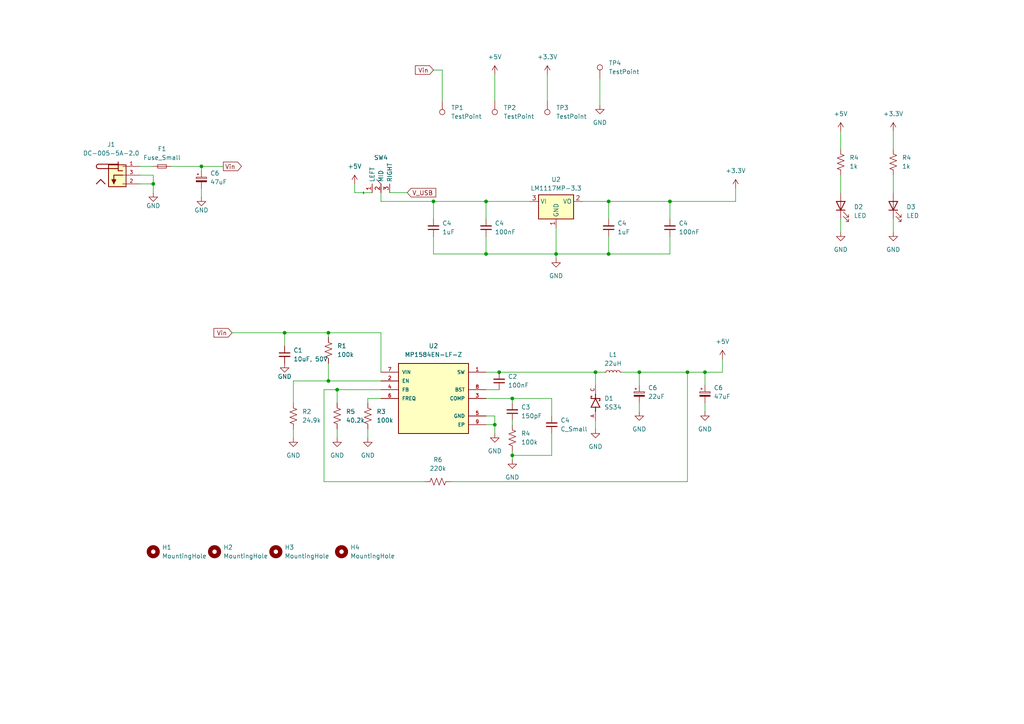
<source format=kicad_sch>
(kicad_sch (version 20230121) (generator eeschema)
  (paper "A4")
  (lib_symbols
    (symbol "Connector:TestPoint" (pin_numbers hide) (pin_names (offset 0.762) hide)
      (property "Reference" "TP" (at 0 6.858 0))
      (property "Value" "TestPoint" (at 0 5.08 0))
      (symbol "TestPoint_0_1"
        (circle (center 0 3.302) (radius 0.762))
      )
      (symbol "TestPoint_1_1"
        (pin passive line (at 0 0 90) (length 2.54) (name "1") (number "1"))
      )
    )
    (symbol "DC-005-5A-2.0:DC-005-5A-2.0" (pin_names (offset 1.016))
      (property "Reference" "J" (at -5.08 5.08 0))
      (property "Value" "DC-005-5A-2.0" (at -5.08 -5.08 0))
      (symbol "DC-005-5A-2.0_0_0"
        (arc (start -4.445 3.175) (mid -5.0773 2.54) (end -4.445 1.905) (stroke (width 0.254)))
        (rectangle (start -1.5421 -3.3564) (end 3.5379 2.9936) (stroke (width 0.254)) (fill (type background)))
        (polyline (pts (xy -4.445 1.905) (xy 1.27 1.905)) (stroke (width 0.254)))
        (polyline (pts (xy -4.445 3.175) (xy 1.27 3.175)) (stroke (width 0.254)))
        (polyline (pts (xy -3.81 -1.27) (xy -5.08 -2.54)) (stroke (width 0.254)))
        (polyline (pts (xy -2.54 -2.54) (xy -3.81 -1.27)) (stroke (width 0.254)))
        (polyline (pts (xy 0 0) (xy 0 -2.54)) (stroke (width 0.254)))
        (polyline (pts (xy 1.27 1.27) (xy 2.54 1.27)) (stroke (width 0.254)))
        (polyline (pts (xy 1.27 1.905) (xy 1.27 1.27)) (stroke (width 0.254)))
        (polyline (pts (xy 1.27 3.175) (xy 1.27 1.905)) (stroke (width 0.254)))
        (polyline (pts (xy 1.27 3.81) (xy 1.27 3.175)) (stroke (width 0.254)))
        (polyline (pts (xy 2.54 0) (xy 0 0)) (stroke (width 0.254)))
        (polyline (pts (xy -0.635 -1.27) (xy 0.635 -1.27) (xy 0 -2.54) (xy -0.635 -1.27)) (stroke (width 0.1524)) (fill (type outline)))
        (pin passive line (at 7.62 2.54 180) (length 5.08) (name "~") (number "1"))
        (pin passive line (at 7.62 -2.54 180) (length 5.08) (name "~") (number "2"))
        (pin passive line (at 7.62 0 180) (length 5.08) (name "~") (number "3"))
      )
    )
    (symbol "Device:C_Polarized_Small" (pin_numbers hide) (pin_names (offset 0.254) hide)
      (property "Reference" "C" (at 0.254 1.778 0))
      (property "Value" "C_Polarized_Small" (at 0.254 -2.032 0))
      (symbol "C_Polarized_Small_0_1"
        (rectangle (start -1.524 -0.3048) (end 1.524 -0.6858) (fill (type outline)))
        (rectangle (start -1.524 0.6858) (end 1.524 0.3048))
        (polyline (pts (xy -1.27 1.524) (xy -0.762 1.524)))
        (polyline (pts (xy -1.016 1.27) (xy -1.016 1.778)))
      )
      (symbol "C_Polarized_Small_1_1"
        (pin passive line (at 0 2.54 270) (length 1.8542) (name "~") (number "1"))
        (pin passive line (at 0 -2.54 90) (length 1.8542) (name "~") (number "2"))
      )
    )
    (symbol "Device:C_Small" (pin_numbers hide) (pin_names (offset 0.254) hide)
      (property "Reference" "C" (at 0.254 1.778 0))
      (property "Value" "C_Small" (at 0.254 -2.032 0))
      (symbol "C_Small_0_1"
        (polyline (pts (xy -1.524 -0.508) (xy 1.524 -0.508)) (stroke (width 0.3302)))
        (polyline (pts (xy -1.524 0.508) (xy 1.524 0.508)) (stroke (width 0.3048)))
      )
      (symbol "C_Small_1_1"
        (pin passive line (at 0 2.54 270) (length 2.032) (name "~") (number "1"))
        (pin passive line (at 0 -2.54 90) (length 2.032) (name "~") (number "2"))
      )
    )
    (symbol "Device:Fuse_Small" (pin_numbers hide) (pin_names (offset 0.254) hide)
      (property "Reference" "F" (at 0 -1.524 0))
      (property "Value" "Fuse_Small" (at 0 1.524 0))
      (symbol "Fuse_Small_0_1"
        (rectangle (start -1.27 0.508) (end 1.27 -0.508))
        (polyline (pts (xy -1.27 0) (xy 1.27 0)))
      )
      (symbol "Fuse_Small_1_1"
        (pin passive line (at -2.54 0 0) (length 1.27) (name "~") (number "1"))
        (pin passive line (at 2.54 0 180) (length 1.27) (name "~") (number "2"))
      )
    )
    (symbol "Device:LED" (pin_numbers hide) (pin_names (offset 1.016) hide)
      (property "Reference" "D" (at 0 2.54 0))
      (property "Value" "LED" (at 0 -2.54 0))
      (symbol "LED_0_1"
        (polyline (pts (xy -1.27 -1.27) (xy -1.27 1.27)) (stroke (width 0.254)))
        (polyline (pts (xy -1.27 0) (xy 1.27 0)))
        (polyline (pts (xy 1.27 -1.27) (xy 1.27 1.27) (xy -1.27 0) (xy 1.27 -1.27)) (stroke (width 0.254)))
        (polyline (pts (xy -3.048 -0.762) (xy -4.572 -2.286) (xy -3.81 -2.286) (xy -4.572 -2.286) (xy -4.572 -1.524)))
        (polyline (pts (xy -1.778 -0.762) (xy -3.302 -2.286) (xy -2.54 -2.286) (xy -3.302 -2.286) (xy -3.302 -1.524)))
      )
      (symbol "LED_1_1"
        (pin passive line (at -3.81 0 0) (length 2.54) (name "K") (number "1"))
        (pin passive line (at 3.81 0 180) (length 2.54) (name "A") (number "2"))
      )
    )
    (symbol "Device:L_Small" (pin_numbers hide) (pin_names (offset 0.254) hide)
      (property "Reference" "L" (at 0.762 1.016 0))
      (property "Value" "L_Small" (at 0.762 -1.016 0))
      (symbol "L_Small_0_1"
        (arc (start 0 -2.032) (mid 0.5058 -1.524) (end 0 -1.016))
        (arc (start 0 -1.016) (mid 0.5058 -0.508) (end 0 0))
        (arc (start 0 0) (mid 0.5058 0.508) (end 0 1.016))
        (arc (start 0 1.016) (mid 0.5058 1.524) (end 0 2.032))
      )
      (symbol "L_Small_1_1"
        (pin passive line (at 0 2.54 270) (length 0.508) (name "~") (number "1"))
        (pin passive line (at 0 -2.54 90) (length 0.508) (name "~") (number "2"))
      )
    )
    (symbol "Device:R_US" (pin_numbers hide) (pin_names (offset 0))
      (property "Reference" "R" (at 2.54 0 90))
      (property "Value" "R_US" (at -2.54 0 90))
      (symbol "R_US_0_1"
        (polyline (pts (xy 0 -2.286) (xy 0 -2.54)))
        (polyline (pts (xy 0 2.286) (xy 0 2.54)))
        (polyline (pts (xy 0 -0.762) (xy 1.016 -1.143) (xy 0 -1.524) (xy -1.016 -1.905) (xy 0 -2.286)))
        (polyline (pts (xy 0 0.762) (xy 1.016 0.381) (xy 0 0) (xy -1.016 -0.381) (xy 0 -0.762)))
        (polyline (pts (xy 0 2.286) (xy 1.016 1.905) (xy 0 1.524) (xy -1.016 1.143) (xy 0 0.762)))
      )
      (symbol "R_US_1_1"
        (pin passive line (at 0 3.81 270) (length 1.27) (name "~") (number "1"))
        (pin passive line (at 0 -3.81 90) (length 1.27) (name "~") (number "2"))
      )
    )
    (symbol "MP1584EN-LF-Z:MP1584EN-LF-Z" (pin_names (offset 1.016))
      (property "Reference" "U" (at -10.1897 10.9615 0))
      (property "Value" "MP1584EN-LF-Z" (at -10.1903 -12.7436 0))
      (symbol "MP1584EN-LF-Z_0_0"
        (rectangle (start -10.16 -10.16) (end 10.16 10.16) (stroke (width 0.254)) (fill (type background)))
        (pin output line (at 15.24 7.62 180) (length 5.08) (name "SW") (number "1"))
        (pin input line (at -15.24 5.08 0) (length 5.08) (name "EN") (number "2"))
        (pin passive line (at 15.24 0 180) (length 5.08) (name "COMP") (number "3"))
        (pin input line (at -15.24 2.54 0) (length 5.08) (name "FB") (number "4"))
        (pin power_in line (at 15.24 -5.08 180) (length 5.08) (name "GND") (number "5"))
        (pin passive line (at -15.24 0 0) (length 5.08) (name "FREQ") (number "6"))
        (pin input line (at -15.24 7.62 0) (length 5.08) (name "VIN") (number "7"))
        (pin passive line (at 15.24 2.54 180) (length 5.08) (name "BST") (number "8"))
        (pin power_in line (at 15.24 -7.62 180) (length 5.08) (name "EP") (number "9"))
      )
    )
    (symbol "Mechanical:MountingHole" (pin_names (offset 1.016))
      (property "Reference" "H" (at 0 5.08 0))
      (property "Value" "MountingHole" (at 0 3.175 0))
      (symbol "MountingHole_0_1"
        (circle (center 0 0) (radius 1.27) (stroke (width 1.27)))
      )
    )
    (symbol "Regulator_Linear:LM1117MP-3.3"
      (property "Reference" "U" (at -3.81 3.175 0))
      (property "Value" "LM1117MP-3.3" (at 0 3.175 0))
      (symbol "LM1117MP-3.3_0_1"
        (rectangle (start -5.08 -5.08) (end 5.08 1.905) (stroke (width 0.254)) (fill (type background)))
      )
      (symbol "LM1117MP-3.3_1_1"
        (pin power_in line (at 0 -7.62 90) (length 2.54) (name "GND") (number "1"))
        (pin power_out line (at 7.62 0 180) (length 2.54) (name "VO") (number "2"))
        (pin power_in line (at -7.62 0 0) (length 2.54) (name "VI") (number "3"))
      )
    )
    (symbol "SS-12D10:SS-12D10"
      (property "Reference" "SW" (at 0 0 0))
      (symbol "SS-12D10_0_1"
        (polyline (pts (xy 2.54 -5.08) (xy 3.81 -3.81)))
      )
      (symbol "SS-12D10_1_1"
        (pin passive line (at 0 -2.54 0) (length 2.54) (name "LEFT") (number "1"))
        (pin passive line (at 0 -5.08 0) (length 2.54) (name "MID") (number "2"))
        (pin passive line (at 0 -7.62 0) (length 2.54) (name "RIGHT") (number "3"))
      )
    )
    (symbol "SS34:SS34" (pin_names (offset 1.016))
      (property "Reference" "D" (at -5.08 2.54 0))
      (property "Value" "SS34" (at -5.08 -3.81 0))
      (symbol "SS34_0_0"
        (polyline (pts (xy -2.54 0) (xy -1.27 0)) (stroke (width 0.254)))
        (polyline (pts (xy -1.27 -1.27) (xy 1.27 0)) (stroke (width 0.254)))
        (polyline (pts (xy -1.27 0) (xy -1.27 -1.27)) (stroke (width 0.254)))
        (polyline (pts (xy -1.27 1.27) (xy -1.27 0)) (stroke (width 0.254)))
        (polyline (pts (xy 0.635 -1.016) (xy 0.635 -1.27)) (stroke (width 0.254)))
        (polyline (pts (xy 1.27 -1.27) (xy 0.635 -1.27)) (stroke (width 0.254)))
        (polyline (pts (xy 1.27 0) (xy -1.27 1.27)) (stroke (width 0.254)))
        (polyline (pts (xy 1.27 0) (xy 1.27 -1.27)) (stroke (width 0.254)))
        (polyline (pts (xy 1.27 1.27) (xy 1.27 0)) (stroke (width 0.254)))
        (polyline (pts (xy 1.905 1.27) (xy 1.27 1.27)) (stroke (width 0.254)))
        (polyline (pts (xy 1.905 1.27) (xy 1.905 1.016)) (stroke (width 0.254)))
        (polyline (pts (xy 2.54 0) (xy 1.27 0)) (stroke (width 0.254)))
        (pin passive line (at -5.08 0 0) (length 2.54) (name "~") (number "A"))
        (pin passive line (at 5.08 0 180) (length 2.54) (name "~") (number "C"))
      )
    )
    (symbol "power:+3.3V" (power) (pin_names (offset 0))
      (property "Value" "+3.3V" (at 0 3.556 0))
      (symbol "+3.3V_0_1"
        (polyline (pts (xy -0.762 1.27) (xy 0 2.54)))
        (polyline (pts (xy 0 0) (xy 0 2.54)))
        (polyline (pts (xy 0 2.54) (xy 0.762 1.27)))
      )
      (symbol "+3.3V_1_1"
        (pin power_in line (at 0 0 90) (length 0) hide (name "+3.3V") (number "1"))
      )
    )
    (symbol "power:+5V" (power) (pin_names (offset 0))
      (property "Value" "+5V" (at 0 3.556 0))
      (symbol "+5V_0_1"
        (polyline (pts (xy -0.762 1.27) (xy 0 2.54)))
        (polyline (pts (xy 0 0) (xy 0 2.54)))
        (polyline (pts (xy 0 2.54) (xy 0.762 1.27)))
      )
      (symbol "+5V_1_1"
        (pin power_in line (at 0 0 90) (length 0) hide (name "+5V") (number "1"))
      )
    )
    (symbol "power:GND" (power) (pin_names (offset 0))
      (property "Value" "GND" (at 0 -3.81 0))
      (symbol "GND_0_1"
        (polyline (pts (xy 0 0) (xy 0 -1.27) (xy 1.27 -1.27) (xy 0 -2.54) (xy -1.27 -1.27) (xy 0 -1.27)))
      )
      (symbol "GND_1_1"
        (pin power_in line (at 0 0 270) (length 0) hide (name "GND") (number "1"))
      )
    )
  )
  (junction (at 44.45 53.34))
  (junction (at 95.25 96.52))
  (junction (at 140.97 58.42))
  (junction (at 176.53 58.42))
  (junction (at 161.29 73.66))
  (junction (at 58.42 48.26))
  (junction (at 143.51 123.19))
  (junction (at 125.73 58.42))
  (junction (at 185.42 107.95))
  (junction (at 176.53 73.66))
  (junction (at 172.72 107.95))
  (junction (at 144.78 107.95))
  (junction (at 82.55 96.52))
  (junction (at 95.25 110.49))
  (junction (at 140.97 73.66))
  (junction (at 97.79 113.03))
  (junction (at 148.59 132.08))
  (junction (at 204.47 107.95))
  (junction (at 199.39 107.95))
  (junction (at 194.31 58.42))
  (junction (at 148.59 115.57))
  (wire (pts (xy 95.25 96.52) (xy 95.25 97.79)))
  (wire (pts (xy 140.97 58.42) (xy 140.97 63.5)))
  (wire (pts (xy 58.42 54.61) (xy 58.42 57.15)))
  (wire (pts (xy 49.53 48.26) (xy 58.42 48.26)))
  (wire (pts (xy 259.08 38.1) (xy 259.08 43.18)))
  (wire (pts (xy 148.59 132.08) (xy 148.59 130.81)))
  (wire (pts (xy 140.97 58.42) (xy 153.67 58.42)))
  (wire (pts (xy 243.84 63.5) (xy 243.84 67.31)))
  (wire (pts (xy 158.75 21.59) (xy 158.75 29.21)))
  (wire (pts (xy 140.97 68.58) (xy 140.97 73.66)))
  (wire (pts (xy 125.73 58.42) (xy 125.73 63.5)))
  (wire (pts (xy 160.02 125.73) (xy 160.02 132.08)))
  (wire (pts (xy 176.53 58.42) (xy 194.31 58.42)))
  (wire (pts (xy 125.73 68.58) (xy 125.73 73.66)))
  (wire (pts (xy 40.64 53.34) (xy 44.45 53.34)))
  (wire (pts (xy 168.91 58.42) (xy 176.53 58.42)))
  (wire (pts (xy 185.42 116.84) (xy 185.42 119.38)))
  (wire (pts (xy 176.53 73.66) (xy 194.31 73.66)))
  (wire (pts (xy 144.78 107.95) (xy 172.72 107.95)))
  (wire (pts (xy 67.31 96.52) (xy 82.55 96.52)))
  (wire (pts (xy 85.09 110.49) (xy 95.25 110.49)))
  (wire (pts (xy 176.53 58.42) (xy 176.53 63.5)))
  (wire (pts (xy 185.42 111.76) (xy 185.42 107.95)))
  (wire (pts (xy 140.97 107.95) (xy 144.78 107.95)))
  (wire (pts (xy 125.73 20.32) (xy 128.27 20.32)))
  (wire (pts (xy 97.79 124.46) (xy 97.79 127)))
  (wire (pts (xy 95.25 105.41) (xy 95.25 110.49)))
  (wire (pts (xy 161.29 73.66) (xy 176.53 73.66)))
  (wire (pts (xy 199.39 139.7) (xy 199.39 107.95)))
  (wire (pts (xy 93.98 139.7) (xy 93.98 113.03)))
  (wire (pts (xy 194.31 58.42) (xy 194.31 63.5)))
  (wire (pts (xy 160.02 115.57) (xy 148.59 115.57)))
  (wire (pts (xy 110.49 55.88) (xy 110.49 58.42)))
  (wire (pts (xy 243.84 38.1) (xy 243.84 43.18)))
  (wire (pts (xy 259.08 63.5) (xy 259.08 67.31)))
  (wire (pts (xy 123.19 139.7) (xy 93.98 139.7)))
  (wire (pts (xy 106.68 115.57) (xy 110.49 115.57)))
  (wire (pts (xy 172.72 121.92) (xy 172.72 124.46)))
  (wire (pts (xy 194.31 73.66) (xy 194.31 68.58)))
  (wire (pts (xy 194.31 58.42) (xy 213.36 58.42)))
  (wire (pts (xy 85.09 116.84) (xy 85.09 110.49)))
  (wire (pts (xy 110.49 96.52) (xy 110.49 107.95)))
  (wire (pts (xy 173.99 22.86) (xy 173.99 30.48)))
  (wire (pts (xy 140.97 113.03) (xy 144.78 113.03)))
  (wire (pts (xy 199.39 107.95) (xy 185.42 107.95)))
  (wire (pts (xy 148.59 121.92) (xy 148.59 123.19)))
  (wire (pts (xy 110.49 58.42) (xy 125.73 58.42)))
  (wire (pts (xy 213.36 54.61) (xy 213.36 58.42)))
  (wire (pts (xy 160.02 132.08) (xy 148.59 132.08)))
  (wire (pts (xy 148.59 133.35) (xy 148.59 132.08)))
  (wire (pts (xy 102.87 55.88) (xy 107.95 55.88)))
  (wire (pts (xy 143.51 120.65) (xy 143.51 123.19)))
  (wire (pts (xy 148.59 116.84) (xy 148.59 115.57)))
  (wire (pts (xy 161.29 74.93) (xy 161.29 73.66)))
  (wire (pts (xy 161.29 66.04) (xy 161.29 73.66)))
  (wire (pts (xy 140.97 73.66) (xy 161.29 73.66)))
  (wire (pts (xy 140.97 120.65) (xy 143.51 120.65)))
  (wire (pts (xy 130.81 139.7) (xy 199.39 139.7)))
  (wire (pts (xy 176.53 68.58) (xy 176.53 73.66)))
  (wire (pts (xy 82.55 96.52) (xy 82.55 100.33)))
  (wire (pts (xy 125.73 73.66) (xy 140.97 73.66)))
  (wire (pts (xy 259.08 50.8) (xy 259.08 55.88)))
  (wire (pts (xy 199.39 107.95) (xy 204.47 107.95)))
  (wire (pts (xy 44.45 50.8) (xy 44.45 53.34)))
  (wire (pts (xy 143.51 21.59) (xy 143.51 29.21)))
  (wire (pts (xy 44.45 53.34) (xy 44.45 55.88)))
  (wire (pts (xy 97.79 116.84) (xy 97.79 113.03)))
  (wire (pts (xy 204.47 107.95) (xy 209.55 107.95)))
  (wire (pts (xy 102.87 55.88) (xy 102.87 53.34)))
  (wire (pts (xy 113.03 55.88) (xy 118.11 55.88)))
  (wire (pts (xy 58.42 48.26) (xy 58.42 49.53)))
  (wire (pts (xy 125.73 58.42) (xy 140.97 58.42)))
  (wire (pts (xy 204.47 107.95) (xy 204.47 111.76)))
  (wire (pts (xy 140.97 115.57) (xy 148.59 115.57)))
  (wire (pts (xy 95.25 96.52) (xy 110.49 96.52)))
  (wire (pts (xy 180.34 107.95) (xy 185.42 107.95)))
  (wire (pts (xy 143.51 123.19) (xy 140.97 123.19)))
  (wire (pts (xy 40.64 50.8) (xy 44.45 50.8)))
  (wire (pts (xy 85.09 124.46) (xy 85.09 127)))
  (wire (pts (xy 40.64 48.26) (xy 44.45 48.26)))
  (wire (pts (xy 204.47 116.84) (xy 204.47 119.38)))
  (wire (pts (xy 160.02 120.65) (xy 160.02 115.57)))
  (wire (pts (xy 93.98 113.03) (xy 97.79 113.03)))
  (wire (pts (xy 97.79 113.03) (xy 110.49 113.03)))
  (wire (pts (xy 95.25 110.49) (xy 110.49 110.49)))
  (wire (pts (xy 209.55 104.14) (xy 209.55 107.95)))
  (wire (pts (xy 243.84 50.8) (xy 243.84 55.88)))
  (wire (pts (xy 128.27 20.32) (xy 128.27 29.21)))
  (wire (pts (xy 106.68 124.46) (xy 106.68 127)))
  (wire (pts (xy 82.55 96.52) (xy 95.25 96.52)))
  (wire (pts (xy 172.72 107.95) (xy 175.26 107.95)))
  (wire (pts (xy 143.51 125.73) (xy 143.51 123.19)))
  (wire (pts (xy 172.72 107.95) (xy 172.72 111.76)))
  (wire (pts (xy 64.77 48.26) (xy 58.42 48.26)))
  (wire (pts (xy 106.68 116.84) (xy 106.68 115.57)))
  (global_label "Vin" (shape output) (at 64.77 48.26 0) (property "Intersheetrefs" "${INTERSHEET_REFS}" (effects hide)))
  (global_label "Vin" (shape input) (at 67.31 96.52 180) (property "Intersheetrefs" "${INTERSHEET_REFS}" (effects hide)))
  (global_label "Vin" (shape input) (at 125.73 20.32 180) (property "Intersheetrefs" "${INTERSHEET_REFS}" (effects hide)))
  (global_label "V_USB" (shape input) (at 118.11 55.88 0) (property "Intersheetrefs" "${INTERSHEET_REFS}" (effects hide)))
  (symbol (lib_id "Connector:TestPoint") (at 173.99 22.86 0) (unit 1)
    (property "Reference" "TP4" (at 176.53 18.288 0) (effects (justify left)))
    (property "Value" "TestPoint" (at 176.53 20.828 0) (effects (justify left)))
    (property "Footprint" "TestPoint:TestPoint_Pad_D1.5mm" (effects hide))
  )
  (symbol (lib_id "Device:C_Small") (at 160.02 123.19 180) (unit 1)
    (property "Reference" "C4" (at 162.56 121.9136 0) (effects (justify right)))
    (property "Value" "C_Small" (at 162.56 124.4536 0) (effects (justify right)))
    (property "Footprint" "Capacitor_SMD:C_0805_2012Metric_Pad1.18x1.45mm_HandSolder" (effects hide))
    (instances (project "WeatherStation" (path "" (reference "C4") (unit 1))) (project "19-6-2023_WeatherStation_QuocThang_V1" (path "" (reference "C7") (unit 1))))
  )
  (symbol (lib_id "Device:R_US") (at 127 139.7 90) (unit 1)
    (property "Reference" "R6" (at 127 133.35 90))
    (property "Value" "220k" (at 127 135.89 90))
    (property "Footprint" "Resistor_SMD:R_0805_2012Metric_Pad1.20x1.40mm_HandSolder" (effects hide))
    (instances (project "WeatherStation" (path "" (reference "R6") (unit 1))) (project "19-6-2023_WeatherStation_QuocThang_V1" (path "" (reference "R5") (unit 1))))
  )
  (symbol (lib_id "power:GND") (at 106.68 127 0) (unit 1)
    (property "Reference" "#PWR02" (effects hide))
    (property "Value" "GND" (at 106.68 132.08 0))
    (instances (project "WeatherStation" (path "" (reference "#PWR02") (unit 1))) (project "19-6-2023_WeatherStation_QuocThang_V1" (path "" (reference "#PWR07") (unit 1))))
  )
  (symbol (lib_id "power:+3.3V") (at 158.75 21.59 0) (unit 1)
    (property "Reference" "#PWR011" (effects hide))
    (property "Value" "+3.3V" (at 158.75 16.51 0))
  )
  (symbol (lib_id "Device:C_Small") (at 82.55 102.87 0) (unit 1)
    (property "Reference" "C1" (at 85.09 101.6063 0) (effects (justify left)))
    (property "Value" "10uF, 50V" (at 85.09 104.1463 0) (effects (justify left)))
    (property "Footprint" "Capacitor_SMD:C_0805_2012Metric_Pad1.18x1.45mm_HandSolder" (effects hide))
    (instances (project "WeatherStation" (path "" (reference "C1") (unit 1))) (project "19-6-2023_WeatherStation_QuocThang_V1" (path "" (reference "C2") (unit 1))))
  )
  (symbol (lib_id "Device:C_Small") (at 176.53 66.04 180) (unit 1)
    (property "Reference" "C4" (at 179.07 64.7636 0) (effects (justify right)))
    (property "Value" "1uF" (at 179.07 67.3036 0) (effects (justify right)))
    (property "Footprint" "Capacitor_SMD:C_0805_2012Metric_Pad1.18x1.45mm_HandSolder" (effects hide))
    (instances (project "WeatherStation" (path "" (reference "C4") (unit 1))) (project "19-6-2023_WeatherStation_QuocThang_V1" (path "" (reference "C8") (unit 1))))
  )
  (symbol (lib_id "Device:Fuse_Small") (at 46.99 48.26 0) (unit 1)
    (property "Reference" "F1" (at 46.99 43.18 0))
    (property "Value" "Fuse_Small" (at 46.99 45.72 0))
    (property "Footprint" "Fuse:Fuse_1812_4532Metric_Pad1.30x3.40mm_HandSolder" (effects hide))
  )
  (symbol (lib_id "power:GND") (at 148.59 133.35 0) (unit 1)
    (property "Reference" "#PWR08" (effects hide))
    (property "Value" "GND" (at 148.59 138.43 0))
    (instances (project "WeatherStation" (path "" (reference "#PWR08") (unit 1))) (project "19-6-2023_WeatherStation_QuocThang_V1" (path "" (reference "#PWR010") (unit 1))))
  )
  (symbol (lib_id "power:GND") (at 259.08 67.31 0) (unit 1)
    (property "Reference" "#PWR022" (effects hide))
    (property "Value" "GND" (at 259.08 72.39 0))
  )
  (symbol (lib_id "Device:R_US") (at 97.79 120.65 0) (unit 1)
    (property "Reference" "R5" (at 100.33 119.38 0) (effects (justify left)))
    (property "Value" "40.2k" (at 100.33 121.92 0) (effects (justify left)))
    (property "Footprint" "Resistor_SMD:R_0805_2012Metric_Pad1.20x1.40mm_HandSolder" (effects hide))
    (instances (project "WeatherStation" (path "" (reference "R5") (unit 1))) (project "19-6-2023_WeatherStation_QuocThang_V1" (path "" (reference "R3") (unit 1))))
  )
  (symbol (lib_id "Device:R_US") (at 259.08 46.99 0) (unit 1)
    (property "Reference" "R4" (at 261.62 45.72 0) (effects (justify left)))
    (property "Value" "1k" (at 261.62 48.26 0) (effects (justify left)))
    (property "Footprint" "Resistor_SMD:R_0805_2012Metric_Pad1.20x1.40mm_HandSolder" (effects hide))
    (instances (project "WeatherStation" (path "" (reference "R4") (unit 1))) (project "19-6-2023_WeatherStation_QuocThang_V1" (path "" (reference "R8") (unit 1))))
  )
  (symbol (lib_id "power:GND") (at 173.99 30.48 0) (unit 1)
    (property "Reference" "#PWR014" (effects hide))
    (property "Value" "GND" (at 173.99 35.56 0))
  )
  (symbol (lib_id "power:+5V") (at 102.87 53.34 0) (unit 1)
    (property "Reference" "#PWR06" (effects hide))
    (property "Value" "+5V" (at 102.87 48.26 0))
  )
  (symbol (lib_id "DC-005-5A-2.0:DC-005-5A-2.0") (at 33.02 50.8 0) (unit 1)
    (property "Reference" "J1" (at 32.2489 41.91 0))
    (property "Value" "DC-005-5A-2.0" (at 32.2489 44.45 0))
    (property "Footprint" "DC-005-5A-2.0:DC-005-5A-2.0" (effects hide))
    (property "PARTREV" "A0" (effects hide))
    (property "STANDARD" "Manufacturer Recommendations" (effects hide))
    (property "MAXIMUM_PACKAGE_HEIGHT" "11 mm" (effects hide))
    (property "MANUFACTURER" "XKB" (effects hide))
  )
  (symbol (lib_id "Mechanical:MountingHole") (at 44.45 160.02 0) (unit 1)
    (property "Reference" "H1" (at 46.99 158.75 0) (effects (justify left)))
    (property "Value" "MountingHole" (at 46.99 161.29 0) (effects (justify left)))
    (property "Footprint" "MountingHole:MountingHole_3.2mm_M3" (effects hide))
  )
  (symbol (lib_id "Device:R_US") (at 106.68 120.65 0) (unit 1)
    (property "Reference" "R3" (at 109.22 119.38 0) (effects (justify left)))
    (property "Value" "100k" (at 109.22 121.92 0) (effects (justify left)))
    (property "Footprint" "Resistor_SMD:R_0805_2012Metric_Pad1.20x1.40mm_HandSolder" (effects hide))
    (instances (project "WeatherStation" (path "" (reference "R3") (unit 1))) (project "19-6-2023_WeatherStation_QuocThang_V1" (path "" (reference "R4") (unit 1))))
  )
  (symbol (lib_id "power:+3.3V") (at 213.36 54.61 0) (unit 1)
    (property "Reference" "#PWR018" (effects hide))
    (property "Value" "+3.3V" (at 213.36 49.53 0))
  )
  (symbol (lib_id "Device:C_Small") (at 148.59 119.38 180) (unit 1)
    (property "Reference" "C3" (at 151.13 118.1036 0) (effects (justify right)))
    (property "Value" "150pF" (at 151.13 120.6436 0) (effects (justify right)))
    (property "Footprint" "Capacitor_SMD:C_0805_2012Metric_Pad1.18x1.45mm_HandSolder" (effects hide))
    (instances (project "WeatherStation" (path "" (reference "C3") (unit 1))) (project "19-6-2023_WeatherStation_QuocThang_V1" (path "" (reference "C6") (unit 1))))
  )
  (symbol (lib_id "power:GND") (at 97.79 127 0) (unit 1)
    (property "Reference" "#PWR02" (effects hide))
    (property "Value" "GND" (at 97.79 132.08 0))
    (instances (project "WeatherStation" (path "" (reference "#PWR02") (unit 1))) (project "19-6-2023_WeatherStation_QuocThang_V1" (path "" (reference "#PWR05") (unit 1))))
  )
  (symbol (lib_id "Mechanical:MountingHole") (at 62.23 160.02 0) (unit 1)
    (property "Reference" "H2" (at 64.77 158.75 0) (effects (justify left)))
    (property "Value" "MountingHole" (at 64.77 161.29 0) (effects (justify left)))
    (property "Footprint" "MountingHole:MountingHole_3.2mm_M3" (effects hide))
  )
  (symbol (lib_id "power:GND") (at 44.45 55.88 0) (unit 1)
    (property "Reference" "#PWR09" (effects hide))
    (property "Value" "GND" (at 44.45 59.69 0))
    (instances (project "WeatherStation" (path "" (reference "#PWR09") (unit 1))) (project "19-6-2023_WeatherStation_QuocThang_V1" (path "" (reference "#PWR01") (unit 1))))
  )
  (symbol (lib_id "Device:R_US") (at 243.84 46.99 0) (unit 1)
    (property "Reference" "R4" (at 246.38 45.72 0) (effects (justify left)))
    (property "Value" "1k" (at 246.38 48.26 0) (effects (justify left)))
    (property "Footprint" "Resistor_SMD:R_0805_2012Metric_Pad1.20x1.40mm_HandSolder" (effects hide))
    (instances (project "WeatherStation" (path "" (reference "R4") (unit 1))) (project "19-6-2023_WeatherStation_QuocThang_V1" (path "" (reference "R7") (unit 1))))
  )
  (symbol (lib_id "power:GND") (at 243.84 67.31 0) (unit 1)
    (property "Reference" "#PWR020" (effects hide))
    (property "Value" "GND" (at 243.84 72.39 0))
  )
  (symbol (lib_id "power:+5V") (at 243.84 38.1 0) (unit 1)
    (property "Reference" "#PWR019" (effects hide))
    (property "Value" "+5V" (at 243.84 33.02 0))
  )
  (symbol (lib_id "Device:C_Small") (at 194.31 66.04 180) (unit 1)
    (property "Reference" "C4" (at 196.85 64.7636 0) (effects (justify right)))
    (property "Value" "100nF" (at 196.85 67.3036 0) (effects (justify right)))
    (property "Footprint" "Capacitor_SMD:C_0805_2012Metric_Pad1.18x1.45mm_HandSolder" (effects hide))
    (instances (project "WeatherStation" (path "" (reference "C4") (unit 1))) (project "19-6-2023_WeatherStation_QuocThang_V1" (path "" (reference "C10") (unit 1))))
  )
  (symbol (lib_id "Device:C_Small") (at 125.73 66.04 180) (unit 1)
    (property "Reference" "C4" (at 128.27 64.7636 0) (effects (justify right)))
    (property "Value" "1uF" (at 128.27 67.3036 0) (effects (justify right)))
    (property "Footprint" "Capacitor_SMD:C_0805_2012Metric_Pad1.18x1.45mm_HandSolder" (effects hide))
    (instances (project "WeatherStation" (path "" (reference "C4") (unit 1))) (project "19-6-2023_WeatherStation_QuocThang_V1" (path "" (reference "C3") (unit 1))))
  )
  (symbol (lib_id "Device:R_US") (at 85.09 120.65 0) (unit 1)
    (property "Reference" "R2" (at 87.63 119.38 0) (effects (justify left)))
    (property "Value" "24.9k" (at 87.63 121.92 0) (effects (justify left)))
    (property "Footprint" "Resistor_SMD:R_0805_2012Metric_Pad1.20x1.40mm_HandSolder" (effects hide))
    (instances (project "WeatherStation" (path "" (reference "R2") (unit 1))) (project "19-6-2023_WeatherStation_QuocThang_V1" (path "" (reference "R1") (unit 1))))
  )
  (symbol (lib_id "power:GND") (at 58.42 57.15 0) (unit 1)
    (property "Reference" "#PWR010" (effects hide))
    (property "Value" "GND" (at 58.42 60.96 0))
    (instances (project "WeatherStation" (path "" (reference "#PWR010") (unit 1))) (project "19-6-2023_WeatherStation_QuocThang_V1" (path "" (reference "#PWR02") (unit 1))))
  )
  (symbol (lib_id "Device:R_US") (at 95.25 101.6 0) (unit 1)
    (property "Reference" "R1" (at 97.79 100.33 0) (effects (justify left)))
    (property "Value" "100k" (at 97.79 102.87 0) (effects (justify left)))
    (property "Footprint" "Resistor_SMD:R_0805_2012Metric_Pad1.20x1.40mm_HandSolder" (effects hide))
    (instances (project "WeatherStation" (path "" (reference "R1") (unit 1))) (project "19-6-2023_WeatherStation_QuocThang_V1" (path "" (reference "R2") (unit 1))))
  )
  (symbol (lib_id "Device:C_Polarized_Small") (at 185.42 114.3 0) (unit 1)
    (property "Reference" "C6" (at 187.96 112.4839 0) (effects (justify left)))
    (property "Value" "22uF" (at 187.96 115.0239 0) (effects (justify left)))
    (property "Footprint" "Capacitor_SMD:CP_Elec_6.3x5.4" (effects hide))
    (instances (project "WeatherStation" (path "" (reference "C6") (unit 1))) (project "19-6-2023_WeatherStation_QuocThang_V1" (path "" (reference "C9") (unit 1))))
  )
  (symbol (lib_id "power:GND") (at 172.72 124.46 0) (unit 1)
    (property "Reference" "#PWR04" (effects hide))
    (property "Value" "GND" (at 172.72 129.54 0))
    (instances (project "WeatherStation" (path "" (reference "#PWR04") (unit 1))) (project "19-6-2023_WeatherStation_QuocThang_V1" (path "" (reference "#PWR013") (unit 1))))
  )
  (symbol (lib_id "power:+5V") (at 143.51 21.59 0) (unit 1)
    (property "Reference" "#PWR08" (effects hide))
    (property "Value" "+5V" (at 143.51 16.51 0))
  )
  (symbol (lib_id "Device:L_Small") (at 177.8 107.95 90) (unit 1)
    (property "Reference" "L1" (at 177.8 102.87 90))
    (property "Value" "22uH" (at 177.8 105.41 90))
    (property "Footprint" "Inductor_SMD:L_Bourns_SRP1038C_10.0x10.0mm" (effects hide))
  )
  (symbol (lib_id "Device:LED") (at 243.84 59.69 90) (unit 1)
    (property "Reference" "D2" (at 247.65 60.0075 90) (effects (justify right)))
    (property "Value" "LED" (at 247.65 62.5475 90) (effects (justify right)))
    (property "Footprint" "LED_SMD:LED_0805_2012Metric_Pad1.15x1.40mm_HandSolder" (effects hide))
  )
  (symbol (lib_id "power:GND") (at 85.09 127 0) (unit 1)
    (property "Reference" "#PWR06" (effects hide))
    (property "Value" "GND" (at 85.09 132.08 0))
    (instances (project "WeatherStation" (path "" (reference "#PWR06") (unit 1))) (project "19-6-2023_WeatherStation_QuocThang_V1" (path "" (reference "#PWR04") (unit 1))))
  )
  (symbol (lib_id "SS34:SS34") (at 172.72 116.84 90) (unit 1)
    (property "Reference" "D1" (at 175.26 115.57 90) (effects (justify right)))
    (property "Value" "SS34" (at 175.26 118.11 90) (effects (justify right)))
    (property "Footprint" "Diode SS34:DIOM7959X265N" (effects hide))
    (property "PARTREV" "31 Aug 2016" (effects hide))
    (property "STANDARD" "IPC-7351B" (effects hide))
    (property "SNAPEDA_PACKAGE_ID" "36301" (effects hide))
    (property "MAXIMUM_PACKAGE_HEIGHT" "2.65mm" (effects hide))
    (property "MANUFACTURER" "On Semiconductor" (effects hide))
  )
  (symbol (lib_id "Device:C_Polarized_Small") (at 58.42 52.07 0) (unit 1)
    (property "Reference" "C6" (at 60.96 50.2539 0) (effects (justify left)))
    (property "Value" "47uF" (at 60.96 52.7939 0) (effects (justify left)))
    (property "Footprint" "Capacitor_SMD:CP_Elec_6.3x5.4" (effects hide))
    (instances (project "WeatherStation" (path "" (reference "C6") (unit 1))) (project "19-6-2023_WeatherStation_QuocThang_V1" (path "" (reference "C1") (unit 1))))
  )
  (symbol (lib_id "power:+5V") (at 209.55 104.14 0) (unit 1)
    (property "Reference" "#PWR017" (effects hide))
    (property "Value" "+5V" (at 209.55 99.06 0))
  )
  (symbol (lib_id "power:GND") (at 161.29 74.93 0) (unit 1)
    (property "Reference" "#PWR08" (effects hide))
    (property "Value" "GND" (at 161.29 80.01 0))
    (instances (project "WeatherStation" (path "" (reference "#PWR08") (unit 1))) (project "19-6-2023_WeatherStation_QuocThang_V1" (path "" (reference "#PWR012") (unit 1))))
  )
  (symbol (lib_id "power:GND") (at 82.55 105.41 0) (unit 1)
    (property "Reference" "#PWR07" (effects hide))
    (property "Value" "GND" (at 82.55 109.22 0))
    (instances (project "WeatherStation" (path "" (reference "#PWR07") (unit 1))) (project "19-6-2023_WeatherStation_QuocThang_V1" (path "" (reference "#PWR03") (unit 1))))
  )
  (symbol (lib_id "SS-12D10:SS-12D10") (at 105.41 55.88 90) (unit 1)
    (property "Reference" "SW4" (at 110.49 45.72 90))
    (property "Value" "~" (at 105.41 55.88 0))
    (property "Footprint" "SS-12D10:SS-12D10" (effects hide))
  )
  (symbol (lib_id "Device:C_Small") (at 144.78 110.49 180) (unit 1)
    (property "Reference" "C2" (at 147.32 109.2136 0) (effects (justify right)))
    (property "Value" "100nF" (at 147.32 111.7536 0) (effects (justify right)))
    (property "Footprint" "Capacitor_SMD:C_0805_2012Metric_Pad1.18x1.45mm_HandSolder" (effects hide))
    (instances (project "WeatherStation" (path "" (reference "C2") (unit 1))) (project "19-6-2023_WeatherStation_QuocThang_V1" (path "" (reference "C5") (unit 1))))
  )
  (symbol (lib_id "Device:C_Polarized_Small") (at 204.47 114.3 0) (unit 1)
    (property "Reference" "C6" (at 207.01 112.4839 0) (effects (justify left)))
    (property "Value" "47uF" (at 207.01 115.0239 0) (effects (justify left)))
    (property "Footprint" "Capacitor_SMD:CP_Elec_6.3x7.7" (effects hide))
    (instances (project "WeatherStation" (path "" (reference "C6") (unit 1))) (project "19-6-2023_WeatherStation_QuocThang_V1" (path "" (reference "C11") (unit 1))))
  )
  (symbol (lib_id "power:+3.3V") (at 259.08 38.1 0) (unit 1)
    (property "Reference" "#PWR021" (effects hide))
    (property "Value" "+3.3V" (at 259.08 33.02 0))
  )
  (symbol (lib_id "Mechanical:MountingHole") (at 80.01 160.02 0) (unit 1)
    (property "Reference" "H3" (at 82.55 158.75 0) (effects (justify left)))
    (property "Value" "MountingHole" (at 82.55 161.29 0) (effects (justify left)))
    (property "Footprint" "MountingHole:MountingHole_3.2mm_M3" (effects hide))
  )
  (symbol (lib_id "Mechanical:MountingHole") (at 99.06 160.02 0) (unit 1)
    (property "Reference" "H4" (at 101.6 158.75 0) (effects (justify left)))
    (property "Value" "MountingHole" (at 101.6 161.29 0) (effects (justify left)))
    (property "Footprint" "MountingHole:MountingHole_3.2mm_M3" (effects hide))
  )
  (symbol (lib_id "Connector:TestPoint") (at 128.27 29.21 180) (unit 1)
    (property "Reference" "TP1" (at 130.81 31.242 0) (effects (justify right)))
    (property "Value" "TestPoint" (at 130.81 33.782 0) (effects (justify right)))
    (property "Footprint" "TestPoint:TestPoint_Pad_D1.5mm" (effects hide))
  )
  (symbol (lib_id "Connector:TestPoint") (at 158.75 29.21 180) (unit 1)
    (property "Reference" "TP3" (at 161.29 31.242 0) (effects (justify right)))
    (property "Value" "TestPoint" (at 161.29 33.782 0) (effects (justify right)))
    (property "Footprint" "TestPoint:TestPoint_Pad_D1.5mm" (effects hide))
  )
  (symbol (lib_id "Device:R_US") (at 148.59 127 0) (unit 1)
    (property "Reference" "R4" (at 151.13 125.73 0) (effects (justify left)))
    (property "Value" "100k" (at 151.13 128.27 0) (effects (justify left)))
    (property "Footprint" "Resistor_SMD:R_0805_2012Metric_Pad1.20x1.40mm_HandSolder" (effects hide))
    (instances (project "WeatherStation" (path "" (reference "R4") (unit 1))) (project "19-6-2023_WeatherStation_QuocThang_V1" (path "" (reference "R6") (unit 1))))
  )
  (symbol (lib_id "power:GND") (at 143.51 125.73 0) (unit 1)
    (property "Reference" "#PWR01" (effects hide))
    (property "Value" "GND" (at 143.51 130.81 0))
    (instances (project "WeatherStation" (path "" (reference "#PWR01") (unit 1))) (project "19-6-2023_WeatherStation_QuocThang_V1" (path "" (reference "#PWR09") (unit 1))))
  )
  (symbol (lib_id "power:GND") (at 185.42 119.38 0) (unit 1)
    (property "Reference" "#PWR05" (effects hide))
    (property "Value" "GND" (at 185.42 124.46 0))
    (instances (project "WeatherStation" (path "" (reference "#PWR05") (unit 1))) (project "19-6-2023_WeatherStation_QuocThang_V1" (path "" (reference "#PWR015") (unit 1))))
  )
  (symbol (lib_id "Connector:TestPoint") (at 143.51 29.21 180) (unit 1)
    (property "Reference" "TP2" (at 146.05 31.242 0) (effects (justify right)))
    (property "Value" "TestPoint" (at 146.05 33.782 0) (effects (justify right)))
    (property "Footprint" "TestPoint:TestPoint_Pad_D1.5mm" (effects hide))
  )
  (symbol (lib_id "Device:LED") (at 259.08 59.69 90) (unit 1)
    (property "Reference" "D3" (at 262.89 60.0075 90) (effects (justify right)))
    (property "Value" "LED" (at 262.89 62.5475 90) (effects (justify right)))
    (property "Footprint" "LED_SMD:LED_0805_2012Metric_Pad1.15x1.40mm_HandSolder" (effects hide))
  )
  (symbol (lib_id "Regulator_Linear:LM1117MP-3.3") (at 161.29 58.42 0) (unit 1)
    (property "Reference" "U2" (at 161.29 52.07 0))
    (property "Value" "LM1117MP-3.3" (at 161.29 54.61 0))
    (property "Footprint" "Package_TO_SOT_SMD:SOT-223-3_TabPin2" (effects hide))
    (property "Datasheet" "http://www.ti.com/lit/ds/symlink/lm1117.pdf" (effects hide))
    (instances (project "WeatherStation" (path "" (reference "U2") (unit 1)) (path "" (reference "U2") (unit 1))) (project "19-6-2023_WeatherStation_QuocThang_V1" (path "" (reference "U3") (unit 1))))
  )
  (symbol (lib_id "power:GND") (at 204.47 119.38 0) (unit 1)
    (property "Reference" "#PWR016" (effects hide))
    (property "Value" "GND" (at 204.47 124.46 0))
  )
  (symbol (lib_id "Device:C_Small") (at 140.97 66.04 180) (unit 1)
    (property "Reference" "C4" (at 143.51 64.7636 0) (effects (justify right)))
    (property "Value" "100nF" (at 143.51 67.3036 0) (effects (justify right)))
    (property "Footprint" "Capacitor_SMD:C_0805_2012Metric_Pad1.18x1.45mm_HandSolder" (effects hide))
  )
  (symbol (lib_id "MP1584EN-LF-Z:MP1584EN-LF-Z") (at 125.73 115.57 0) (unit 1)
    (property "Reference" "U2" (at 125.73 100.33 0))
    (property "Value" "MP1584EN-LF-Z" (at 125.73 102.87 0))
    (property "Footprint" "MP1584EN-LF-Z:SOIC127P600X170-9N" (effects hide))
    (property "STANDARD" "IPC-7351B" (effects hide))
    (property "PACKAGE" "SOIC-8" (effects hide))
    (property "PRICE" "2.72 USD" (effects hide))
    (property "MANUFACTURER" "Monolithic Power Systems" (effects hide))
  )
)
</source>
